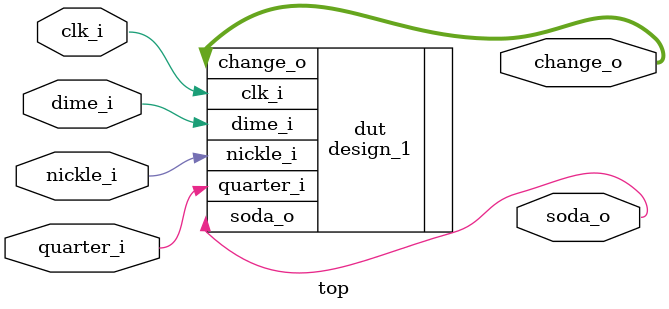
<source format=sv>
module top (
  // input
  input logic clk_i,
  input logic nickle_i,
  input logic dime_i,
  input logic quarter_i,

  // output
  output logic soda_o,
  output logic [2:0] change_o
);

  design_1 dut (
    .clk_i  (clk_i),
    .nickle_i (nickle_i),
    .dime_i (dime_i),
    .quarter_i  (quarter_i),
    .soda_o (soda_o),
    .change_o (change_o),
  );

  always @(posedge clk_i) begin : proc_assertions
    if (sel_i == 2'b00)
      assert (result_o == '0);
    if (sel_i == 2'b01)
      assert (result_o == (data0_i & data1_i));
    if (sel_i == 2'b10)
      assert (result_o == (data0_i | data1_i));
    if (sel_i == 2'b11)
      assert (result_o == (data0_i ^ data1_i));
  end

endmodule : top

</source>
